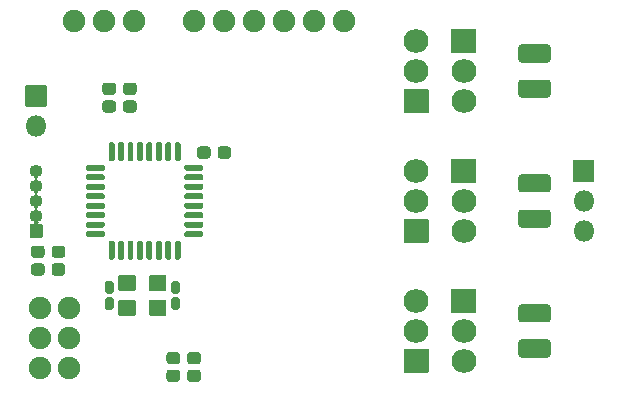
<source format=gts>
G04 #@! TF.GenerationSoftware,KiCad,Pcbnew,(5.1.9-0-10_14)*
G04 #@! TF.CreationDate,2021-04-27T22:18:25+09:00*
G04 #@! TF.ProjectId,BldcDriver,426c6463-4472-4697-9665-722e6b696361,3.2*
G04 #@! TF.SameCoordinates,Original*
G04 #@! TF.FileFunction,Soldermask,Top*
G04 #@! TF.FilePolarity,Negative*
%FSLAX46Y46*%
G04 Gerber Fmt 4.6, Leading zero omitted, Abs format (unit mm)*
G04 Created by KiCad (PCBNEW (5.1.9-0-10_14)) date 2021-04-27 22:18:25*
%MOMM*%
%LPD*%
G01*
G04 APERTURE LIST*
%ADD10O,1.802000X1.802000*%
%ADD11C,1.902000*%
%ADD12O,1.102000X1.102000*%
%ADD13O,2.102000X2.007000*%
%ADD14C,0.100000*%
G04 APERTURE END LIST*
D10*
X10160000Y-2540000D03*
X10160000Y0D03*
G36*
G01*
X9259000Y1690000D02*
X9259000Y3390000D01*
G75*
G02*
X9310000Y3441000I51000J0D01*
G01*
X11010000Y3441000D01*
G75*
G02*
X11061000Y3390000I0J-51000D01*
G01*
X11061000Y1690000D01*
G75*
G02*
X11010000Y1639000I-51000J0D01*
G01*
X9310000Y1639000D01*
G75*
G02*
X9259000Y1690000I0J51000D01*
G01*
G37*
X-36195000Y6350000D03*
G36*
G01*
X-37096000Y8040000D02*
X-37096000Y9740000D01*
G75*
G02*
X-37045000Y9791000I51000J0D01*
G01*
X-35345000Y9791000D01*
G75*
G02*
X-35294000Y9740000I0J-51000D01*
G01*
X-35294000Y8040000D01*
G75*
G02*
X-35345000Y7989000I-51000J0D01*
G01*
X-37045000Y7989000D01*
G75*
G02*
X-37096000Y8040000I0J51000D01*
G01*
G37*
G36*
G01*
X-29226000Y-9650001D02*
X-29226000Y-8449999D01*
G75*
G02*
X-29175001Y-8399000I50999J0D01*
G01*
X-27824999Y-8399000D01*
G75*
G02*
X-27774000Y-8449999I0J-50999D01*
G01*
X-27774000Y-9650001D01*
G75*
G02*
X-27824999Y-9701000I-50999J0D01*
G01*
X-29175001Y-9701000D01*
G75*
G02*
X-29226000Y-9650001I0J50999D01*
G01*
G37*
G36*
G01*
X-26626000Y-9650001D02*
X-26626000Y-8449999D01*
G75*
G02*
X-26575001Y-8399000I50999J0D01*
G01*
X-25224999Y-8399000D01*
G75*
G02*
X-25174000Y-8449999I0J-50999D01*
G01*
X-25174000Y-9650001D01*
G75*
G02*
X-25224999Y-9701000I-50999J0D01*
G01*
X-26575001Y-9701000D01*
G75*
G02*
X-26626000Y-9650001I0J50999D01*
G01*
G37*
G36*
G01*
X-26626000Y-7550001D02*
X-26626000Y-6349999D01*
G75*
G02*
X-26575001Y-6299000I50999J0D01*
G01*
X-25224999Y-6299000D01*
G75*
G02*
X-25174000Y-6349999I0J-50999D01*
G01*
X-25174000Y-7550001D01*
G75*
G02*
X-25224999Y-7601000I-50999J0D01*
G01*
X-26575001Y-7601000D01*
G75*
G02*
X-26626000Y-7550001I0J50999D01*
G01*
G37*
G36*
G01*
X-29226000Y-7550001D02*
X-29226000Y-6349999D01*
G75*
G02*
X-29175001Y-6299000I50999J0D01*
G01*
X-27824999Y-6299000D01*
G75*
G02*
X-27774000Y-6349999I0J-50999D01*
G01*
X-27774000Y-7550001D01*
G75*
G02*
X-27824999Y-7601000I-50999J0D01*
G01*
X-29175001Y-7601000D01*
G75*
G02*
X-29226000Y-7550001I0J50999D01*
G01*
G37*
D11*
X-10160000Y15240000D03*
X-12700000Y15240000D03*
X-15240000Y15240000D03*
X-17780000Y15240000D03*
X-20320000Y15240000D03*
X-22860000Y15240000D03*
X-30480000Y15240000D03*
X-27940000Y15240000D03*
X-33020000Y15240000D03*
G36*
G01*
X-23401000Y-13563000D02*
X-23401000Y-13037000D01*
G75*
G02*
X-23138000Y-12774000I263000J0D01*
G01*
X-22512000Y-12774000D01*
G75*
G02*
X-22249000Y-13037000I0J-263000D01*
G01*
X-22249000Y-13563000D01*
G75*
G02*
X-22512000Y-13826000I-263000J0D01*
G01*
X-23138000Y-13826000D01*
G75*
G02*
X-23401000Y-13563000I0J263000D01*
G01*
G37*
G36*
G01*
X-25151000Y-13563000D02*
X-25151000Y-13037000D01*
G75*
G02*
X-24888000Y-12774000I263000J0D01*
G01*
X-24262000Y-12774000D01*
G75*
G02*
X-23999000Y-13037000I0J-263000D01*
G01*
X-23999000Y-13563000D01*
G75*
G02*
X-24262000Y-13826000I-263000J0D01*
G01*
X-24888000Y-13826000D01*
G75*
G02*
X-25151000Y-13563000I0J263000D01*
G01*
G37*
G36*
G01*
X-29424000Y9763000D02*
X-29424000Y9237000D01*
G75*
G02*
X-29687000Y8974000I-263000J0D01*
G01*
X-30313000Y8974000D01*
G75*
G02*
X-30576000Y9237000I0J263000D01*
G01*
X-30576000Y9763000D01*
G75*
G02*
X-30313000Y10026000I263000J0D01*
G01*
X-29687000Y10026000D01*
G75*
G02*
X-29424000Y9763000I0J-263000D01*
G01*
G37*
G36*
G01*
X-27674000Y9763000D02*
X-27674000Y9237000D01*
G75*
G02*
X-27937000Y8974000I-263000J0D01*
G01*
X-28563000Y8974000D01*
G75*
G02*
X-28826000Y9237000I0J263000D01*
G01*
X-28826000Y9763000D01*
G75*
G02*
X-28563000Y10026000I263000J0D01*
G01*
X-27937000Y10026000D01*
G75*
G02*
X-27674000Y9763000I0J-263000D01*
G01*
G37*
D12*
X-36195000Y2540000D03*
X-36195000Y1270000D03*
X-36195000Y0D03*
X-36195000Y-1270000D03*
G36*
G01*
X-36746000Y-3040000D02*
X-36746000Y-2040000D01*
G75*
G02*
X-36695000Y-1989000I51000J0D01*
G01*
X-35695000Y-1989000D01*
G75*
G02*
X-35644000Y-2040000I0J-51000D01*
G01*
X-35644000Y-3040000D01*
G75*
G02*
X-35695000Y-3091000I-51000J0D01*
G01*
X-36695000Y-3091000D01*
G75*
G02*
X-36746000Y-3040000I0J51000D01*
G01*
G37*
G36*
G01*
X-23999000Y-14537000D02*
X-23999000Y-15063000D01*
G75*
G02*
X-24262000Y-15326000I-263000J0D01*
G01*
X-24888000Y-15326000D01*
G75*
G02*
X-25151000Y-15063000I0J263000D01*
G01*
X-25151000Y-14537000D01*
G75*
G02*
X-24888000Y-14274000I263000J0D01*
G01*
X-24262000Y-14274000D01*
G75*
G02*
X-23999000Y-14537000I0J-263000D01*
G01*
G37*
G36*
G01*
X-22249000Y-14537000D02*
X-22249000Y-15063000D01*
G75*
G02*
X-22512000Y-15326000I-263000J0D01*
G01*
X-23138000Y-15326000D01*
G75*
G02*
X-23401000Y-15063000I0J263000D01*
G01*
X-23401000Y-14537000D01*
G75*
G02*
X-23138000Y-14274000I263000J0D01*
G01*
X-22512000Y-14274000D01*
G75*
G02*
X-22249000Y-14537000I0J-263000D01*
G01*
G37*
G36*
G01*
X-28826000Y7737000D02*
X-28826000Y8263000D01*
G75*
G02*
X-28563000Y8526000I263000J0D01*
G01*
X-27937000Y8526000D01*
G75*
G02*
X-27674000Y8263000I0J-263000D01*
G01*
X-27674000Y7737000D01*
G75*
G02*
X-27937000Y7474000I-263000J0D01*
G01*
X-28563000Y7474000D01*
G75*
G02*
X-28826000Y7737000I0J263000D01*
G01*
G37*
G36*
G01*
X-30576000Y7737000D02*
X-30576000Y8263000D01*
G75*
G02*
X-30313000Y8526000I263000J0D01*
G01*
X-29687000Y8526000D01*
G75*
G02*
X-29424000Y8263000I0J-263000D01*
G01*
X-29424000Y7737000D01*
G75*
G02*
X-29687000Y7474000I-263000J0D01*
G01*
X-30313000Y7474000D01*
G75*
G02*
X-30576000Y7737000I0J263000D01*
G01*
G37*
D13*
X-4000000Y-8460000D03*
X-4000000Y-11000000D03*
G36*
G01*
X-3000000Y-14543500D02*
X-5000000Y-14543500D01*
G75*
G02*
X-5051000Y-14492500I0J51000D01*
G01*
X-5051000Y-12587500D01*
G75*
G02*
X-5000000Y-12536500I51000J0D01*
G01*
X-3000000Y-12536500D01*
G75*
G02*
X-2949000Y-12587500I0J-51000D01*
G01*
X-2949000Y-14492500D01*
G75*
G02*
X-3000000Y-14543500I-51000J0D01*
G01*
G37*
X0Y-13540000D03*
X0Y-11000000D03*
G36*
G01*
X-1000000Y-7456500D02*
X1000000Y-7456500D01*
G75*
G02*
X1051000Y-7507500I0J-51000D01*
G01*
X1051000Y-9412500D01*
G75*
G02*
X1000000Y-9463500I-51000J0D01*
G01*
X-1000000Y-9463500D01*
G75*
G02*
X-1051000Y-9412500I0J51000D01*
G01*
X-1051000Y-7507500D01*
G75*
G02*
X-1000000Y-7456500I51000J0D01*
G01*
G37*
X-4000000Y2540000D03*
X-4000000Y0D03*
G36*
G01*
X-3000000Y-3543500D02*
X-5000000Y-3543500D01*
G75*
G02*
X-5051000Y-3492500I0J51000D01*
G01*
X-5051000Y-1587500D01*
G75*
G02*
X-5000000Y-1536500I51000J0D01*
G01*
X-3000000Y-1536500D01*
G75*
G02*
X-2949000Y-1587500I0J-51000D01*
G01*
X-2949000Y-3492500D01*
G75*
G02*
X-3000000Y-3543500I-51000J0D01*
G01*
G37*
X0Y-2540000D03*
X0Y0D03*
G36*
G01*
X-1000000Y3543500D02*
X1000000Y3543500D01*
G75*
G02*
X1051000Y3492500I0J-51000D01*
G01*
X1051000Y1587500D01*
G75*
G02*
X1000000Y1536500I-51000J0D01*
G01*
X-1000000Y1536500D01*
G75*
G02*
X-1051000Y1587500I0J51000D01*
G01*
X-1051000Y3492500D01*
G75*
G02*
X-1000000Y3543500I51000J0D01*
G01*
G37*
X-4000000Y13540000D03*
X-4000000Y11000000D03*
G36*
G01*
X-3000000Y7456500D02*
X-5000000Y7456500D01*
G75*
G02*
X-5051000Y7507500I0J51000D01*
G01*
X-5051000Y9412500D01*
G75*
G02*
X-5000000Y9463500I51000J0D01*
G01*
X-3000000Y9463500D01*
G75*
G02*
X-2949000Y9412500I0J-51000D01*
G01*
X-2949000Y7507500D01*
G75*
G02*
X-3000000Y7456500I-51000J0D01*
G01*
G37*
X0Y8460000D03*
X0Y11000000D03*
G36*
G01*
X-1000000Y14543500D02*
X1000000Y14543500D01*
G75*
G02*
X1051000Y14492500I0J-51000D01*
G01*
X1051000Y12587500D01*
G75*
G02*
X1000000Y12536500I-51000J0D01*
G01*
X-1000000Y12536500D01*
G75*
G02*
X-1051000Y12587500I0J51000D01*
G01*
X-1051000Y14492500D01*
G75*
G02*
X-1000000Y14543500I51000J0D01*
G01*
G37*
G36*
G01*
X-24585500Y-8134000D02*
X-24214500Y-8134000D01*
G75*
G02*
X-24029000Y-8319500I0J-185500D01*
G01*
X-24029000Y-9050500D01*
G75*
G02*
X-24214500Y-9236000I-185500J0D01*
G01*
X-24585500Y-9236000D01*
G75*
G02*
X-24771000Y-9050500I0J185500D01*
G01*
X-24771000Y-8319500D01*
G75*
G02*
X-24585500Y-8134000I185500J0D01*
G01*
G37*
G36*
G01*
X-24585500Y-6764000D02*
X-24214500Y-6764000D01*
G75*
G02*
X-24029000Y-6949500I0J-185500D01*
G01*
X-24029000Y-7680500D01*
G75*
G02*
X-24214500Y-7866000I-185500J0D01*
G01*
X-24585500Y-7866000D01*
G75*
G02*
X-24771000Y-7680500I0J185500D01*
G01*
X-24771000Y-6949500D01*
G75*
G02*
X-24585500Y-6764000I185500J0D01*
G01*
G37*
G36*
G01*
X-29814500Y-7866000D02*
X-30185500Y-7866000D01*
G75*
G02*
X-30371000Y-7680500I0J185500D01*
G01*
X-30371000Y-6949500D01*
G75*
G02*
X-30185500Y-6764000I185500J0D01*
G01*
X-29814500Y-6764000D01*
G75*
G02*
X-29629000Y-6949500I0J-185500D01*
G01*
X-29629000Y-7680500D01*
G75*
G02*
X-29814500Y-7866000I-185500J0D01*
G01*
G37*
G36*
G01*
X-29814500Y-9236000D02*
X-30185500Y-9236000D01*
G75*
G02*
X-30371000Y-9050500I0J185500D01*
G01*
X-30371000Y-8319500D01*
G75*
G02*
X-30185500Y-8134000I185500J0D01*
G01*
X-29814500Y-8134000D01*
G75*
G02*
X-29629000Y-8319500I0J-185500D01*
G01*
X-29629000Y-9050500D01*
G75*
G02*
X-29814500Y-9236000I-185500J0D01*
G01*
G37*
D11*
X-33400000Y-9100000D03*
X-33400000Y-11600000D03*
X-33400000Y-14100000D03*
X-35900000Y-9100000D03*
X-35900000Y-11600000D03*
X-35900000Y-14100000D03*
G36*
G01*
X-29674500Y-4976000D02*
X-29925500Y-4976000D01*
G75*
G02*
X-30051000Y-4850500I0J125500D01*
G01*
X-30051000Y-3499500D01*
G75*
G02*
X-29925500Y-3374000I125500J0D01*
G01*
X-29674500Y-3374000D01*
G75*
G02*
X-29549000Y-3499500I0J-125500D01*
G01*
X-29549000Y-4850500D01*
G75*
G02*
X-29674500Y-4976000I-125500J0D01*
G01*
G37*
G36*
G01*
X-28874500Y-4976000D02*
X-29125500Y-4976000D01*
G75*
G02*
X-29251000Y-4850500I0J125500D01*
G01*
X-29251000Y-3499500D01*
G75*
G02*
X-29125500Y-3374000I125500J0D01*
G01*
X-28874500Y-3374000D01*
G75*
G02*
X-28749000Y-3499500I0J-125500D01*
G01*
X-28749000Y-4850500D01*
G75*
G02*
X-28874500Y-4976000I-125500J0D01*
G01*
G37*
G36*
G01*
X-28074500Y-4976000D02*
X-28325500Y-4976000D01*
G75*
G02*
X-28451000Y-4850500I0J125500D01*
G01*
X-28451000Y-3499500D01*
G75*
G02*
X-28325500Y-3374000I125500J0D01*
G01*
X-28074500Y-3374000D01*
G75*
G02*
X-27949000Y-3499500I0J-125500D01*
G01*
X-27949000Y-4850500D01*
G75*
G02*
X-28074500Y-4976000I-125500J0D01*
G01*
G37*
G36*
G01*
X-27274500Y-4976000D02*
X-27525500Y-4976000D01*
G75*
G02*
X-27651000Y-4850500I0J125500D01*
G01*
X-27651000Y-3499500D01*
G75*
G02*
X-27525500Y-3374000I125500J0D01*
G01*
X-27274500Y-3374000D01*
G75*
G02*
X-27149000Y-3499500I0J-125500D01*
G01*
X-27149000Y-4850500D01*
G75*
G02*
X-27274500Y-4976000I-125500J0D01*
G01*
G37*
G36*
G01*
X-26474500Y-4976000D02*
X-26725500Y-4976000D01*
G75*
G02*
X-26851000Y-4850500I0J125500D01*
G01*
X-26851000Y-3499500D01*
G75*
G02*
X-26725500Y-3374000I125500J0D01*
G01*
X-26474500Y-3374000D01*
G75*
G02*
X-26349000Y-3499500I0J-125500D01*
G01*
X-26349000Y-4850500D01*
G75*
G02*
X-26474500Y-4976000I-125500J0D01*
G01*
G37*
G36*
G01*
X-25674500Y-4976000D02*
X-25925500Y-4976000D01*
G75*
G02*
X-26051000Y-4850500I0J125500D01*
G01*
X-26051000Y-3499500D01*
G75*
G02*
X-25925500Y-3374000I125500J0D01*
G01*
X-25674500Y-3374000D01*
G75*
G02*
X-25549000Y-3499500I0J-125500D01*
G01*
X-25549000Y-4850500D01*
G75*
G02*
X-25674500Y-4976000I-125500J0D01*
G01*
G37*
G36*
G01*
X-24874500Y-4976000D02*
X-25125500Y-4976000D01*
G75*
G02*
X-25251000Y-4850500I0J125500D01*
G01*
X-25251000Y-3499500D01*
G75*
G02*
X-25125500Y-3374000I125500J0D01*
G01*
X-24874500Y-3374000D01*
G75*
G02*
X-24749000Y-3499500I0J-125500D01*
G01*
X-24749000Y-4850500D01*
G75*
G02*
X-24874500Y-4976000I-125500J0D01*
G01*
G37*
G36*
G01*
X-24074500Y-4976000D02*
X-24325500Y-4976000D01*
G75*
G02*
X-24451000Y-4850500I0J125500D01*
G01*
X-24451000Y-3499500D01*
G75*
G02*
X-24325500Y-3374000I125500J0D01*
G01*
X-24074500Y-3374000D01*
G75*
G02*
X-23949000Y-3499500I0J-125500D01*
G01*
X-23949000Y-4850500D01*
G75*
G02*
X-24074500Y-4976000I-125500J0D01*
G01*
G37*
G36*
G01*
X-22149500Y-3051000D02*
X-23500500Y-3051000D01*
G75*
G02*
X-23626000Y-2925500I0J125500D01*
G01*
X-23626000Y-2674500D01*
G75*
G02*
X-23500500Y-2549000I125500J0D01*
G01*
X-22149500Y-2549000D01*
G75*
G02*
X-22024000Y-2674500I0J-125500D01*
G01*
X-22024000Y-2925500D01*
G75*
G02*
X-22149500Y-3051000I-125500J0D01*
G01*
G37*
G36*
G01*
X-22149500Y-2251000D02*
X-23500500Y-2251000D01*
G75*
G02*
X-23626000Y-2125500I0J125500D01*
G01*
X-23626000Y-1874500D01*
G75*
G02*
X-23500500Y-1749000I125500J0D01*
G01*
X-22149500Y-1749000D01*
G75*
G02*
X-22024000Y-1874500I0J-125500D01*
G01*
X-22024000Y-2125500D01*
G75*
G02*
X-22149500Y-2251000I-125500J0D01*
G01*
G37*
G36*
G01*
X-22149500Y-1451000D02*
X-23500500Y-1451000D01*
G75*
G02*
X-23626000Y-1325500I0J125500D01*
G01*
X-23626000Y-1074500D01*
G75*
G02*
X-23500500Y-949000I125500J0D01*
G01*
X-22149500Y-949000D01*
G75*
G02*
X-22024000Y-1074500I0J-125500D01*
G01*
X-22024000Y-1325500D01*
G75*
G02*
X-22149500Y-1451000I-125500J0D01*
G01*
G37*
G36*
G01*
X-22149500Y-651000D02*
X-23500500Y-651000D01*
G75*
G02*
X-23626000Y-525500I0J125500D01*
G01*
X-23626000Y-274500D01*
G75*
G02*
X-23500500Y-149000I125500J0D01*
G01*
X-22149500Y-149000D01*
G75*
G02*
X-22024000Y-274500I0J-125500D01*
G01*
X-22024000Y-525500D01*
G75*
G02*
X-22149500Y-651000I-125500J0D01*
G01*
G37*
G36*
G01*
X-22149500Y149000D02*
X-23500500Y149000D01*
G75*
G02*
X-23626000Y274500I0J125500D01*
G01*
X-23626000Y525500D01*
G75*
G02*
X-23500500Y651000I125500J0D01*
G01*
X-22149500Y651000D01*
G75*
G02*
X-22024000Y525500I0J-125500D01*
G01*
X-22024000Y274500D01*
G75*
G02*
X-22149500Y149000I-125500J0D01*
G01*
G37*
G36*
G01*
X-22149500Y949000D02*
X-23500500Y949000D01*
G75*
G02*
X-23626000Y1074500I0J125500D01*
G01*
X-23626000Y1325500D01*
G75*
G02*
X-23500500Y1451000I125500J0D01*
G01*
X-22149500Y1451000D01*
G75*
G02*
X-22024000Y1325500I0J-125500D01*
G01*
X-22024000Y1074500D01*
G75*
G02*
X-22149500Y949000I-125500J0D01*
G01*
G37*
G36*
G01*
X-22149500Y1749000D02*
X-23500500Y1749000D01*
G75*
G02*
X-23626000Y1874500I0J125500D01*
G01*
X-23626000Y2125500D01*
G75*
G02*
X-23500500Y2251000I125500J0D01*
G01*
X-22149500Y2251000D01*
G75*
G02*
X-22024000Y2125500I0J-125500D01*
G01*
X-22024000Y1874500D01*
G75*
G02*
X-22149500Y1749000I-125500J0D01*
G01*
G37*
G36*
G01*
X-22149500Y2549000D02*
X-23500500Y2549000D01*
G75*
G02*
X-23626000Y2674500I0J125500D01*
G01*
X-23626000Y2925500D01*
G75*
G02*
X-23500500Y3051000I125500J0D01*
G01*
X-22149500Y3051000D01*
G75*
G02*
X-22024000Y2925500I0J-125500D01*
G01*
X-22024000Y2674500D01*
G75*
G02*
X-22149500Y2549000I-125500J0D01*
G01*
G37*
G36*
G01*
X-24074500Y3374000D02*
X-24325500Y3374000D01*
G75*
G02*
X-24451000Y3499500I0J125500D01*
G01*
X-24451000Y4850500D01*
G75*
G02*
X-24325500Y4976000I125500J0D01*
G01*
X-24074500Y4976000D01*
G75*
G02*
X-23949000Y4850500I0J-125500D01*
G01*
X-23949000Y3499500D01*
G75*
G02*
X-24074500Y3374000I-125500J0D01*
G01*
G37*
G36*
G01*
X-24874500Y3374000D02*
X-25125500Y3374000D01*
G75*
G02*
X-25251000Y3499500I0J125500D01*
G01*
X-25251000Y4850500D01*
G75*
G02*
X-25125500Y4976000I125500J0D01*
G01*
X-24874500Y4976000D01*
G75*
G02*
X-24749000Y4850500I0J-125500D01*
G01*
X-24749000Y3499500D01*
G75*
G02*
X-24874500Y3374000I-125500J0D01*
G01*
G37*
G36*
G01*
X-25674500Y3374000D02*
X-25925500Y3374000D01*
G75*
G02*
X-26051000Y3499500I0J125500D01*
G01*
X-26051000Y4850500D01*
G75*
G02*
X-25925500Y4976000I125500J0D01*
G01*
X-25674500Y4976000D01*
G75*
G02*
X-25549000Y4850500I0J-125500D01*
G01*
X-25549000Y3499500D01*
G75*
G02*
X-25674500Y3374000I-125500J0D01*
G01*
G37*
G36*
G01*
X-26474500Y3374000D02*
X-26725500Y3374000D01*
G75*
G02*
X-26851000Y3499500I0J125500D01*
G01*
X-26851000Y4850500D01*
G75*
G02*
X-26725500Y4976000I125500J0D01*
G01*
X-26474500Y4976000D01*
G75*
G02*
X-26349000Y4850500I0J-125500D01*
G01*
X-26349000Y3499500D01*
G75*
G02*
X-26474500Y3374000I-125500J0D01*
G01*
G37*
G36*
G01*
X-27274500Y3374000D02*
X-27525500Y3374000D01*
G75*
G02*
X-27651000Y3499500I0J125500D01*
G01*
X-27651000Y4850500D01*
G75*
G02*
X-27525500Y4976000I125500J0D01*
G01*
X-27274500Y4976000D01*
G75*
G02*
X-27149000Y4850500I0J-125500D01*
G01*
X-27149000Y3499500D01*
G75*
G02*
X-27274500Y3374000I-125500J0D01*
G01*
G37*
G36*
G01*
X-28074500Y3374000D02*
X-28325500Y3374000D01*
G75*
G02*
X-28451000Y3499500I0J125500D01*
G01*
X-28451000Y4850500D01*
G75*
G02*
X-28325500Y4976000I125500J0D01*
G01*
X-28074500Y4976000D01*
G75*
G02*
X-27949000Y4850500I0J-125500D01*
G01*
X-27949000Y3499500D01*
G75*
G02*
X-28074500Y3374000I-125500J0D01*
G01*
G37*
G36*
G01*
X-28874500Y3374000D02*
X-29125500Y3374000D01*
G75*
G02*
X-29251000Y3499500I0J125500D01*
G01*
X-29251000Y4850500D01*
G75*
G02*
X-29125500Y4976000I125500J0D01*
G01*
X-28874500Y4976000D01*
G75*
G02*
X-28749000Y4850500I0J-125500D01*
G01*
X-28749000Y3499500D01*
G75*
G02*
X-28874500Y3374000I-125500J0D01*
G01*
G37*
G36*
G01*
X-29674500Y3374000D02*
X-29925500Y3374000D01*
G75*
G02*
X-30051000Y3499500I0J125500D01*
G01*
X-30051000Y4850500D01*
G75*
G02*
X-29925500Y4976000I125500J0D01*
G01*
X-29674500Y4976000D01*
G75*
G02*
X-29549000Y4850500I0J-125500D01*
G01*
X-29549000Y3499500D01*
G75*
G02*
X-29674500Y3374000I-125500J0D01*
G01*
G37*
G36*
G01*
X-30499500Y2549000D02*
X-31850500Y2549000D01*
G75*
G02*
X-31976000Y2674500I0J125500D01*
G01*
X-31976000Y2925500D01*
G75*
G02*
X-31850500Y3051000I125500J0D01*
G01*
X-30499500Y3051000D01*
G75*
G02*
X-30374000Y2925500I0J-125500D01*
G01*
X-30374000Y2674500D01*
G75*
G02*
X-30499500Y2549000I-125500J0D01*
G01*
G37*
G36*
G01*
X-30499500Y1749000D02*
X-31850500Y1749000D01*
G75*
G02*
X-31976000Y1874500I0J125500D01*
G01*
X-31976000Y2125500D01*
G75*
G02*
X-31850500Y2251000I125500J0D01*
G01*
X-30499500Y2251000D01*
G75*
G02*
X-30374000Y2125500I0J-125500D01*
G01*
X-30374000Y1874500D01*
G75*
G02*
X-30499500Y1749000I-125500J0D01*
G01*
G37*
G36*
G01*
X-30499500Y949000D02*
X-31850500Y949000D01*
G75*
G02*
X-31976000Y1074500I0J125500D01*
G01*
X-31976000Y1325500D01*
G75*
G02*
X-31850500Y1451000I125500J0D01*
G01*
X-30499500Y1451000D01*
G75*
G02*
X-30374000Y1325500I0J-125500D01*
G01*
X-30374000Y1074500D01*
G75*
G02*
X-30499500Y949000I-125500J0D01*
G01*
G37*
G36*
G01*
X-30499500Y149000D02*
X-31850500Y149000D01*
G75*
G02*
X-31976000Y274500I0J125500D01*
G01*
X-31976000Y525500D01*
G75*
G02*
X-31850500Y651000I125500J0D01*
G01*
X-30499500Y651000D01*
G75*
G02*
X-30374000Y525500I0J-125500D01*
G01*
X-30374000Y274500D01*
G75*
G02*
X-30499500Y149000I-125500J0D01*
G01*
G37*
G36*
G01*
X-30499500Y-651000D02*
X-31850500Y-651000D01*
G75*
G02*
X-31976000Y-525500I0J125500D01*
G01*
X-31976000Y-274500D01*
G75*
G02*
X-31850500Y-149000I125500J0D01*
G01*
X-30499500Y-149000D01*
G75*
G02*
X-30374000Y-274500I0J-125500D01*
G01*
X-30374000Y-525500D01*
G75*
G02*
X-30499500Y-651000I-125500J0D01*
G01*
G37*
G36*
G01*
X-30499500Y-1451000D02*
X-31850500Y-1451000D01*
G75*
G02*
X-31976000Y-1325500I0J125500D01*
G01*
X-31976000Y-1074500D01*
G75*
G02*
X-31850500Y-949000I125500J0D01*
G01*
X-30499500Y-949000D01*
G75*
G02*
X-30374000Y-1074500I0J-125500D01*
G01*
X-30374000Y-1325500D01*
G75*
G02*
X-30499500Y-1451000I-125500J0D01*
G01*
G37*
G36*
G01*
X-30499500Y-2251000D02*
X-31850500Y-2251000D01*
G75*
G02*
X-31976000Y-2125500I0J125500D01*
G01*
X-31976000Y-1874500D01*
G75*
G02*
X-31850500Y-1749000I125500J0D01*
G01*
X-30499500Y-1749000D01*
G75*
G02*
X-30374000Y-1874500I0J-125500D01*
G01*
X-30374000Y-2125500D01*
G75*
G02*
X-30499500Y-2251000I-125500J0D01*
G01*
G37*
G36*
G01*
X-30499500Y-3051000D02*
X-31850500Y-3051000D01*
G75*
G02*
X-31976000Y-2925500I0J125500D01*
G01*
X-31976000Y-2674500D01*
G75*
G02*
X-31850500Y-2549000I125500J0D01*
G01*
X-30499500Y-2549000D01*
G75*
G02*
X-30374000Y-2674500I0J-125500D01*
G01*
X-30374000Y-2925500D01*
G75*
G02*
X-30499500Y-3051000I-125500J0D01*
G01*
G37*
G36*
G01*
X-35474000Y-4037000D02*
X-35474000Y-4563000D01*
G75*
G02*
X-35737000Y-4826000I-263000J0D01*
G01*
X-36363000Y-4826000D01*
G75*
G02*
X-36626000Y-4563000I0J263000D01*
G01*
X-36626000Y-4037000D01*
G75*
G02*
X-36363000Y-3774000I263000J0D01*
G01*
X-35737000Y-3774000D01*
G75*
G02*
X-35474000Y-4037000I0J-263000D01*
G01*
G37*
G36*
G01*
X-33724000Y-4037000D02*
X-33724000Y-4563000D01*
G75*
G02*
X-33987000Y-4826000I-263000J0D01*
G01*
X-34613000Y-4826000D01*
G75*
G02*
X-34876000Y-4563000I0J263000D01*
G01*
X-34876000Y-4037000D01*
G75*
G02*
X-34613000Y-3774000I263000J0D01*
G01*
X-33987000Y-3774000D01*
G75*
G02*
X-33724000Y-4037000I0J-263000D01*
G01*
G37*
G36*
G01*
X-20826000Y3837000D02*
X-20826000Y4363000D01*
G75*
G02*
X-20563000Y4626000I263000J0D01*
G01*
X-19937000Y4626000D01*
G75*
G02*
X-19674000Y4363000I0J-263000D01*
G01*
X-19674000Y3837000D01*
G75*
G02*
X-19937000Y3574000I-263000J0D01*
G01*
X-20563000Y3574000D01*
G75*
G02*
X-20826000Y3837000I0J263000D01*
G01*
G37*
G36*
G01*
X-22576000Y3837000D02*
X-22576000Y4363000D01*
G75*
G02*
X-22313000Y4626000I263000J0D01*
G01*
X-21687000Y4626000D01*
G75*
G02*
X-21424000Y4363000I0J-263000D01*
G01*
X-21424000Y3837000D01*
G75*
G02*
X-21687000Y3574000I-263000J0D01*
G01*
X-22313000Y3574000D01*
G75*
G02*
X-22576000Y3837000I0J263000D01*
G01*
G37*
G36*
G01*
X-35474000Y-5537000D02*
X-35474000Y-6063000D01*
G75*
G02*
X-35737000Y-6326000I-263000J0D01*
G01*
X-36363000Y-6326000D01*
G75*
G02*
X-36626000Y-6063000I0J263000D01*
G01*
X-36626000Y-5537000D01*
G75*
G02*
X-36363000Y-5274000I263000J0D01*
G01*
X-35737000Y-5274000D01*
G75*
G02*
X-35474000Y-5537000I0J-263000D01*
G01*
G37*
G36*
G01*
X-33724000Y-5537000D02*
X-33724000Y-6063000D01*
G75*
G02*
X-33987000Y-6326000I-263000J0D01*
G01*
X-34613000Y-6326000D01*
G75*
G02*
X-34876000Y-6063000I0J263000D01*
G01*
X-34876000Y-5537000D01*
G75*
G02*
X-34613000Y-5274000I263000J0D01*
G01*
X-33987000Y-5274000D01*
G75*
G02*
X-33724000Y-5537000I0J-263000D01*
G01*
G37*
G36*
G01*
X7108106Y-10276000D02*
X4891894Y-10276000D01*
G75*
G02*
X4624000Y-10008106I0J267894D01*
G01*
X4624000Y-9016894D01*
G75*
G02*
X4891894Y-8749000I267894J0D01*
G01*
X7108106Y-8749000D01*
G75*
G02*
X7376000Y-9016894I0J-267894D01*
G01*
X7376000Y-10008106D01*
G75*
G02*
X7108106Y-10276000I-267894J0D01*
G01*
G37*
G36*
G01*
X7108106Y-13251000D02*
X4891894Y-13251000D01*
G75*
G02*
X4624000Y-12983106I0J267894D01*
G01*
X4624000Y-11991894D01*
G75*
G02*
X4891894Y-11724000I267894J0D01*
G01*
X7108106Y-11724000D01*
G75*
G02*
X7376000Y-11991894I0J-267894D01*
G01*
X7376000Y-12983106D01*
G75*
G02*
X7108106Y-13251000I-267894J0D01*
G01*
G37*
G36*
G01*
X7108106Y724000D02*
X4891894Y724000D01*
G75*
G02*
X4624000Y991894I0J267894D01*
G01*
X4624000Y1983106D01*
G75*
G02*
X4891894Y2251000I267894J0D01*
G01*
X7108106Y2251000D01*
G75*
G02*
X7376000Y1983106I0J-267894D01*
G01*
X7376000Y991894D01*
G75*
G02*
X7108106Y724000I-267894J0D01*
G01*
G37*
G36*
G01*
X7108106Y-2251000D02*
X4891894Y-2251000D01*
G75*
G02*
X4624000Y-1983106I0J267894D01*
G01*
X4624000Y-991894D01*
G75*
G02*
X4891894Y-724000I267894J0D01*
G01*
X7108106Y-724000D01*
G75*
G02*
X7376000Y-991894I0J-267894D01*
G01*
X7376000Y-1983106D01*
G75*
G02*
X7108106Y-2251000I-267894J0D01*
G01*
G37*
G36*
G01*
X7108106Y11724000D02*
X4891894Y11724000D01*
G75*
G02*
X4624000Y11991894I0J267894D01*
G01*
X4624000Y12983106D01*
G75*
G02*
X4891894Y13251000I267894J0D01*
G01*
X7108106Y13251000D01*
G75*
G02*
X7376000Y12983106I0J-267894D01*
G01*
X7376000Y11991894D01*
G75*
G02*
X7108106Y11724000I-267894J0D01*
G01*
G37*
G36*
G01*
X7108106Y8749000D02*
X4891894Y8749000D01*
G75*
G02*
X4624000Y9016894I0J267894D01*
G01*
X4624000Y10008106D01*
G75*
G02*
X4891894Y10276000I267894J0D01*
G01*
X7108106Y10276000D01*
G75*
G02*
X7376000Y10008106I0J-267894D01*
G01*
X7376000Y9016894D01*
G75*
G02*
X7108106Y8749000I-267894J0D01*
G01*
G37*
D14*
G36*
X-35936895Y-1755534D02*
G01*
X-35936130Y-1757382D01*
X-35937002Y-1758784D01*
X-35941330Y-1761676D01*
X-35960045Y-1777035D01*
X-35975340Y-1795672D01*
X-35986705Y-1816935D01*
X-35993705Y-1840010D01*
X-35996068Y-1864001D01*
X-35993705Y-1887993D01*
X-35986705Y-1911068D01*
X-35975340Y-1932331D01*
X-35960044Y-1950968D01*
X-35941407Y-1966263D01*
X-35920144Y-1977628D01*
X-35897069Y-1984628D01*
X-35872882Y-1987010D01*
X-35871256Y-1988175D01*
X-35871452Y-1990165D01*
X-35873078Y-1991000D01*
X-36516922Y-1991000D01*
X-36518654Y-1990000D01*
X-36518654Y-1988000D01*
X-36517118Y-1987010D01*
X-36492931Y-1984628D01*
X-36469856Y-1977628D01*
X-36448592Y-1966263D01*
X-36429955Y-1950968D01*
X-36414660Y-1932331D01*
X-36403295Y-1911067D01*
X-36396295Y-1887992D01*
X-36393932Y-1864001D01*
X-36396295Y-1840010D01*
X-36403295Y-1816935D01*
X-36414660Y-1795671D01*
X-36429955Y-1777034D01*
X-36448670Y-1761676D01*
X-36452998Y-1758784D01*
X-36453883Y-1756990D01*
X-36452772Y-1755327D01*
X-36451122Y-1755273D01*
X-36354365Y-1795350D01*
X-36248808Y-1816347D01*
X-36141192Y-1816347D01*
X-36035635Y-1795350D01*
X-35938878Y-1755273D01*
X-35936895Y-1755534D01*
G37*
G36*
X-36022094Y-520824D02*
G01*
X-36021329Y-522672D01*
X-36022369Y-524175D01*
X-36038391Y-532738D01*
X-36057028Y-548033D01*
X-36072323Y-566670D01*
X-36083688Y-587934D01*
X-36090688Y-611009D01*
X-36093051Y-635000D01*
X-36090688Y-658991D01*
X-36083688Y-682066D01*
X-36072323Y-703330D01*
X-36057028Y-721967D01*
X-36038391Y-737262D01*
X-36022369Y-745825D01*
X-36021313Y-747524D01*
X-36022256Y-749287D01*
X-36024077Y-749437D01*
X-36035635Y-744650D01*
X-36141192Y-723653D01*
X-36248808Y-723653D01*
X-36354365Y-744650D01*
X-36365923Y-749437D01*
X-36367906Y-749176D01*
X-36368671Y-747328D01*
X-36367631Y-745825D01*
X-36351609Y-737262D01*
X-36332972Y-721967D01*
X-36317677Y-703330D01*
X-36306312Y-682066D01*
X-36299312Y-658991D01*
X-36296949Y-635000D01*
X-36299312Y-611009D01*
X-36306312Y-587934D01*
X-36317677Y-566670D01*
X-36332972Y-548033D01*
X-36351609Y-532738D01*
X-36367631Y-524175D01*
X-36368687Y-522476D01*
X-36367744Y-520713D01*
X-36365923Y-520563D01*
X-36354365Y-525350D01*
X-36248808Y-546347D01*
X-36141192Y-546347D01*
X-36035635Y-525350D01*
X-36024077Y-520563D01*
X-36022094Y-520824D01*
G37*
G36*
X-36022094Y749176D02*
G01*
X-36021329Y747328D01*
X-36022369Y745825D01*
X-36038391Y737262D01*
X-36057028Y721967D01*
X-36072323Y703330D01*
X-36083688Y682066D01*
X-36090688Y658991D01*
X-36093051Y635000D01*
X-36090688Y611009D01*
X-36083688Y587934D01*
X-36072323Y566670D01*
X-36057028Y548033D01*
X-36038391Y532738D01*
X-36022369Y524175D01*
X-36021313Y522476D01*
X-36022256Y520713D01*
X-36024077Y520563D01*
X-36035635Y525350D01*
X-36141192Y546347D01*
X-36248808Y546347D01*
X-36354365Y525350D01*
X-36365923Y520563D01*
X-36367906Y520824D01*
X-36368671Y522672D01*
X-36367631Y524175D01*
X-36351609Y532738D01*
X-36332972Y548033D01*
X-36317677Y566670D01*
X-36306312Y587934D01*
X-36299312Y611009D01*
X-36296949Y635000D01*
X-36299312Y658991D01*
X-36306312Y682066D01*
X-36317677Y703330D01*
X-36332972Y721967D01*
X-36351609Y737262D01*
X-36367631Y745825D01*
X-36368687Y747524D01*
X-36367744Y749287D01*
X-36365923Y749437D01*
X-36354365Y744650D01*
X-36248808Y723653D01*
X-36141192Y723653D01*
X-36035635Y744650D01*
X-36024077Y749437D01*
X-36022094Y749176D01*
G37*
G36*
X-36022094Y2019176D02*
G01*
X-36021329Y2017328D01*
X-36022369Y2015825D01*
X-36038391Y2007262D01*
X-36057028Y1991967D01*
X-36072323Y1973330D01*
X-36083688Y1952066D01*
X-36090688Y1928991D01*
X-36093051Y1905000D01*
X-36090688Y1881009D01*
X-36083688Y1857934D01*
X-36072323Y1836670D01*
X-36057028Y1818033D01*
X-36038391Y1802738D01*
X-36022369Y1794175D01*
X-36021313Y1792476D01*
X-36022256Y1790713D01*
X-36024077Y1790563D01*
X-36035635Y1795350D01*
X-36141192Y1816347D01*
X-36248808Y1816347D01*
X-36354365Y1795350D01*
X-36365923Y1790563D01*
X-36367906Y1790824D01*
X-36368671Y1792672D01*
X-36367631Y1794175D01*
X-36351609Y1802738D01*
X-36332972Y1818033D01*
X-36317677Y1836670D01*
X-36306312Y1857934D01*
X-36299312Y1881009D01*
X-36296949Y1905000D01*
X-36299312Y1928991D01*
X-36306312Y1952066D01*
X-36317677Y1973330D01*
X-36332972Y1991967D01*
X-36351609Y2007262D01*
X-36367631Y2015825D01*
X-36368687Y2017524D01*
X-36367744Y2019287D01*
X-36365923Y2019437D01*
X-36354365Y2014650D01*
X-36248808Y1993653D01*
X-36141192Y1993653D01*
X-36035635Y2014650D01*
X-36024077Y2019437D01*
X-36022094Y2019176D01*
G37*
M02*

</source>
